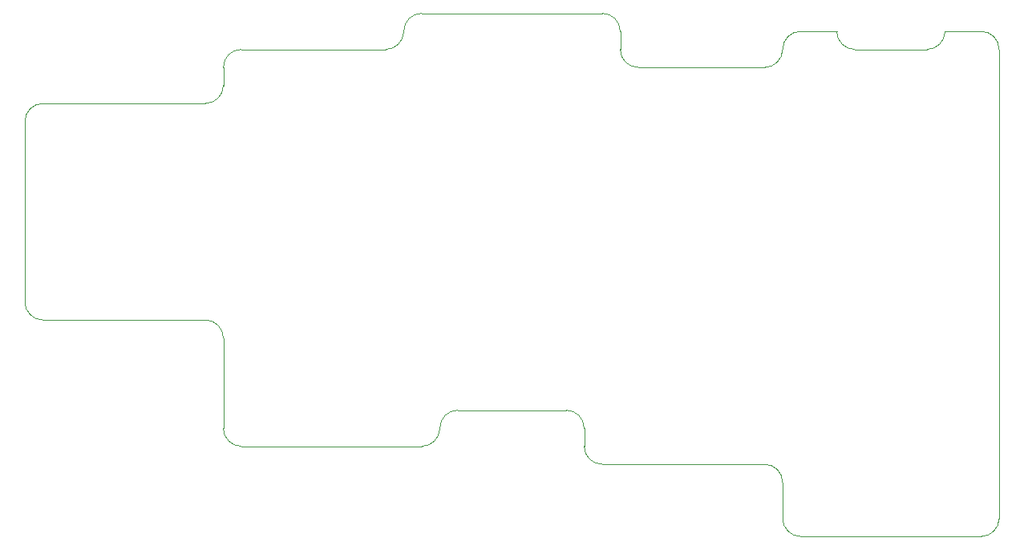
<source format=gbr>
%TF.GenerationSoftware,KiCad,Pcbnew,7.0.2*%
%TF.CreationDate,2023-09-16T14:44:34-04:00*%
%TF.ProjectId,j-artsey-v1,6a2d6172-7473-4657-992d-76312e6b6963,rev?*%
%TF.SameCoordinates,Original*%
%TF.FileFunction,Profile,NP*%
%FSLAX46Y46*%
G04 Gerber Fmt 4.6, Leading zero omitted, Abs format (unit mm)*
G04 Created by KiCad (PCBNEW 7.0.2) date 2023-09-16 14:44:34*
%MOMM*%
%LPD*%
G01*
G04 APERTURE LIST*
%TA.AperFunction,Profile*%
%ADD10C,0.100000*%
%TD*%
G04 APERTURE END LIST*
D10*
X131445000Y-81915000D02*
X131445000Y-89535000D01*
X169545000Y-93345000D02*
X169545000Y-91440000D01*
X133350000Y-51435000D02*
X135255000Y-51435000D01*
X152400000Y-93345000D02*
G75*
G03*
X154305000Y-91440000I0J1905000D01*
G01*
X114300000Y-80010000D02*
X129540000Y-80010000D01*
X173355000Y-49530000D02*
X173355000Y-51435000D01*
X169545000Y-47625000D02*
X171450000Y-47625000D01*
X112395000Y-57150000D02*
G75*
G03*
X110490000Y-59055000I0J-1905000D01*
G01*
X211455000Y-102870000D02*
G75*
G03*
X213360000Y-100965000I0J1905000D01*
G01*
X129540000Y-57150000D02*
X114300000Y-57150000D01*
X205740000Y-51435000D02*
G75*
G03*
X207645000Y-49530000I0J1905000D01*
G01*
X169545000Y-93345000D02*
G75*
G03*
X171450000Y-95250000I1905000J0D01*
G01*
X114300000Y-80010000D02*
X112395000Y-80010000D01*
X213360000Y-51435000D02*
G75*
G03*
X211455000Y-49530000I-1905000J0D01*
G01*
X110490000Y-78105000D02*
G75*
G03*
X112395000Y-80010000I1905000J0D01*
G01*
X188595000Y-53340000D02*
G75*
G03*
X190500000Y-51435000I0J1905000D01*
G01*
X192405000Y-102870000D02*
X211455000Y-102870000D01*
X152400000Y-47625000D02*
X154305000Y-47625000D01*
X190500000Y-100965000D02*
X190500000Y-99060000D01*
X112395000Y-57150000D02*
X114300000Y-57150000D01*
X135255000Y-93345000D02*
X133350000Y-93345000D01*
X196215000Y-49530000D02*
G75*
G03*
X198120000Y-51435000I1905000J0D01*
G01*
X190500000Y-100965000D02*
G75*
G03*
X192405000Y-102870000I1905000J0D01*
G01*
X175260000Y-53340000D02*
X188595000Y-53340000D01*
X133350000Y-51435000D02*
G75*
G03*
X131445000Y-53340000I0J-1905000D01*
G01*
X173355000Y-49530000D02*
G75*
G03*
X171450000Y-47625000I-1905000J0D01*
G01*
X152400000Y-93345000D02*
X150495000Y-93345000D01*
X173355000Y-95250000D02*
X171450000Y-95250000D01*
X213360000Y-99060000D02*
X213360000Y-100965000D01*
X110490000Y-60960000D02*
X110490000Y-59055000D01*
X110490000Y-60960000D02*
X110490000Y-76200000D01*
X173355000Y-51435000D02*
G75*
G03*
X175260000Y-53340000I1905000J0D01*
G01*
X156210000Y-89535000D02*
G75*
G03*
X154305000Y-91440000I0J-1905000D01*
G01*
X169545000Y-91440000D02*
G75*
G03*
X167640000Y-89535000I-1905000J0D01*
G01*
X129540000Y-57150000D02*
G75*
G03*
X131445000Y-55245000I0J1905000D01*
G01*
X173355000Y-95250000D02*
X188595000Y-95250000D01*
X131445000Y-55245000D02*
X131445000Y-53340000D01*
X110490000Y-78105000D02*
X110490000Y-76200000D01*
X192405000Y-49530000D02*
G75*
G03*
X190500000Y-51435000I0J-1905000D01*
G01*
X148590000Y-51435000D02*
X135255000Y-51435000D01*
X211455000Y-49530000D02*
X207645000Y-49530000D01*
X190500000Y-97155000D02*
X190500000Y-99060000D01*
X152400000Y-47625000D02*
G75*
G03*
X150495000Y-49530000I0J-1905000D01*
G01*
X131445000Y-91440000D02*
X131445000Y-89535000D01*
X131445000Y-91440000D02*
G75*
G03*
X133350000Y-93345000I1905000J0D01*
G01*
X205740000Y-51435000D02*
X198120000Y-51435000D01*
X190500000Y-97155000D02*
G75*
G03*
X188595000Y-95250000I-1905000J0D01*
G01*
X213360000Y-51435000D02*
X213360000Y-99060000D01*
X131445000Y-81915000D02*
G75*
G03*
X129540000Y-80010000I-1905000J0D01*
G01*
X135255000Y-93345000D02*
X150495000Y-93345000D01*
X192405000Y-49530000D02*
X196215000Y-49530000D01*
X156210000Y-89535000D02*
X167640000Y-89535000D01*
X169545000Y-47625000D02*
X154305000Y-47625000D01*
X148590000Y-51435000D02*
G75*
G03*
X150495000Y-49530000I0J1905000D01*
G01*
M02*

</source>
